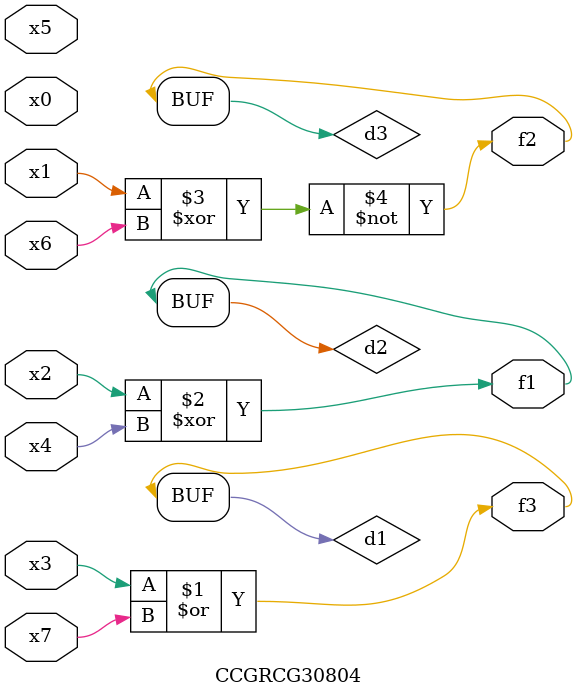
<source format=v>
module CCGRCG30804(
	input x0, x1, x2, x3, x4, x5, x6, x7,
	output f1, f2, f3
);

	wire d1, d2, d3;

	or (d1, x3, x7);
	xor (d2, x2, x4);
	xnor (d3, x1, x6);
	assign f1 = d2;
	assign f2 = d3;
	assign f3 = d1;
endmodule

</source>
